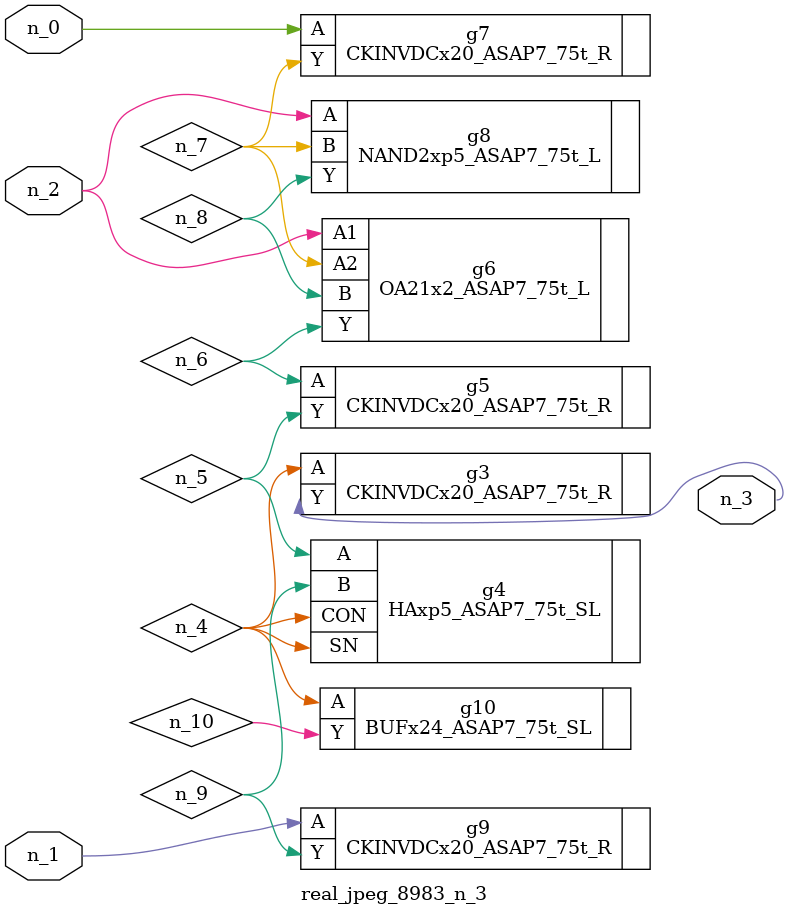
<source format=v>
module real_jpeg_8983_n_3 (n_1, n_0, n_2, n_3);

input n_1;
input n_0;
input n_2;

output n_3;

wire n_5;
wire n_8;
wire n_4;
wire n_6;
wire n_7;
wire n_9;

CKINVDCx20_ASAP7_75t_R g7 ( 
.A(n_0),
.Y(n_7)
);

CKINVDCx20_ASAP7_75t_R g9 ( 
.A(n_1),
.Y(n_9)
);

OA21x2_ASAP7_75t_L g6 ( 
.A1(n_2),
.A2(n_7),
.B(n_8),
.Y(n_6)
);

NAND2xp5_ASAP7_75t_L g8 ( 
.A(n_2),
.B(n_7),
.Y(n_8)
);

CKINVDCx20_ASAP7_75t_R g3 ( 
.A(n_4),
.Y(n_3)
);

BUFx24_ASAP7_75t_SL g10 ( 
.A(n_4),
.Y(n_10)
);

HAxp5_ASAP7_75t_SL g4 ( 
.A(n_5),
.B(n_9),
.CON(n_4),
.SN(n_4)
);

CKINVDCx20_ASAP7_75t_R g5 ( 
.A(n_6),
.Y(n_5)
);


endmodule
</source>
